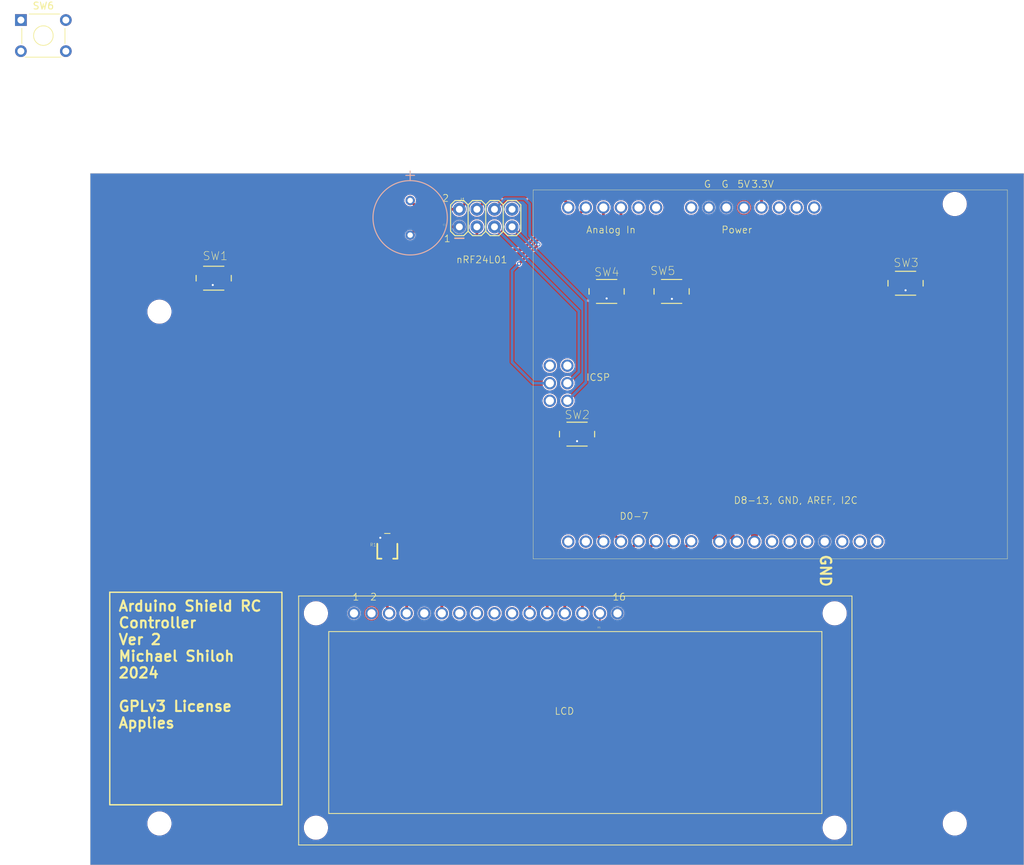
<source format=kicad_pcb>
(kicad_pcb (version 20221018) (generator pcbnew)
  (layers (0 "F.Cu" signal) (31 "B.Cu" signal) (34 "B.Paste" user) (35 "F.Paste" user) (36 "B.SilkS" user "B.Silkscreen") (37 "F.SilkS" user "F.Silkscreen") (38 "B.Mask" user) (39 "F.Mask" user) (44 "Edge.Cuts" user))
  (net 0 "")
  (net 1 "+5V")
  (net 2 "GND")
  (net 3 "/V0")
  (net 4 "+3.3V")
  (net 11 "Net-(AR1-A3)")
  (net 14 "/MOSI")
  (net 15 "Net-(AR1-SCK{slash}PB5)")
  (net 17 "/MISO")
  (net 23 "Net-(LCD1-A)")
  (net 25 "Net-(AR1-A5)")
  (net 26 "Net-(AR1-A4)")
  (net 34 "Net-(AR1-2)")
  (net 35 "Net-(AR1-3)")
  (net 36 "Net-(AR1-4)")
  (net 37 "Net-(AR1-5)")
  (net 38 "Net-(AR1-6)")
  (net 39 "Net-(AR1-7)")
  (net 40 "Net-(AR1-10)")
  (net 41 "Net-(AR1-9)")
  (net 42 "Net-(AR1-8)")
  (net 43 "Net-(AR1-A2)")
  (footprint "Button_Switch_THT:SW_TH_Tactile_Omron_B3F-10xx" (layer "F.Cu") (at 70.97 32.838)
    (fp_text reference "SW6" (at 3.25 -2.05) (layer "F.SilkS"))
    (fp_text value "SW_Omron_B3FS")
    (fp_line (start 0.13 3.4) (end 0.13 1.2) (stroke (width 0.12)) (layer "F.SilkS"))
    (fp_line (start 0.6 5.37) (end 5.8 5.37) (stroke (width 0.12)) (layer "F.SilkS"))
    (fp_line (start 1.2 -0.87) (end 5.6 -0.87) (stroke (width 0.12)) (layer "F.SilkS"))
    (fp_line (start 6.37 1.2) (end 6.37 3.4) (stroke (width 0.12)) (layer "F.SilkS"))
    (fp_circle (center 3.25 2.25) (end 4.25 3.25) (stroke (width 0.12)) (fill none) (layer "F.SilkS"))
    (pad "1" thru_hole rect (at 0 0) (size 1.7 1.7) (drill 1) (layers "*.Cu" "*.Mask"))
    (pad "1" thru_hole circle (at 6.5 0) (size 1.7 1.7) (drill 1) (layers "*.Cu" "*.Mask"))
    (pad "2" thru_hole circle (at 0 4.5) (size 1.7 1.7) (drill 1) (layers "*.Cu" "*.Mask") (net 26 "Net-(AR1-A4)"))
    (pad "2" thru_hole circle (at 6.5 4.5) (size 1.7 1.7) (drill 1) (layers "*.Cu" "*.Mask") (net 26 "Net-(AR1-A4)"))
  )
  (footprint "" (layer "F.Cu") (at 205.994 59.436)
    (fp_text reference "@HOLE2" hide)
    (fp_text value "" (at 0 0) (layer "F.SilkS") (effects (font (size 1.27 1.27))))
    (pad "" np_thru_hole circle (at 0 0) (size 3 3) (drill 3) (layers "*.Cu" "*.Mask"))
  )
  (footprint "Arduino_Shield_RC_Controller:0402" (layer "F.Cu") (at 154.686 121.574)
    (fp_text reference "R5" (at -0.381 -0.889) (layer "F.SilkS") (effects (font (size 0.235306 0.235306) (thickness 0.018694)) (justify left)))
    (fp_text value "470R0")
    (pad "P$1" smd rect (at 0 -0.6) (size 0.8 0.7) (layers "F.Cu" "F.Paste" "F.Mask") (net 23 "Net-(LCD1-A)"))
    (pad "P$2" smd rect (at 0 0.6) (size 0.8 0.7) (layers "F.Cu" "F.Paste" "F.Mask") (net 1 "+5V"))
  )
  (footprint "Arduino_Shield_RC_Controller:PTS810" (layer "F.Cu") (at 155.659 72.077)
    (fp_text reference "SW4" (at -1.8496 -2.794) (layer "F.SilkS") (effects (font (size 1.198372 1.198372) (thickness 0.071628)) (justify left)))
    (fp_text value "PTS810SJG250SMTRLFS" hide)
    (fp_line (start -2.54 -0.4064) (end -2.54 0.4064) (stroke (width 0.1524)) (layer "F.SilkS"))
    (fp_line (start -1.4732 1.7272) (end 1.4732 1.7272) (stroke (width 0.1524)) (layer "F.SilkS"))
    (fp_line (start 1.4732 -1.7272) (end -1.4732 -1.7272) (stroke (width 0.1524)) (layer "F.SilkS"))
    (fp_line (start 2.54 0.4064) (end 2.54 -0.4064) (stroke (width 0.1524)) (layer "F.SilkS"))
    (pad "1" smd rect (at -2.075 -1.075) (size 1.0414 0.6604) (layers "F.Cu" "F.Paste" "F.Mask") (net 11 "Net-(AR1-A3)"))
    (pad "2" smd rect (at 2.075 -1.075 180) (size 1.0414 0.6604) (layers "F.Cu" "F.Paste" "F.Mask") (net 11 "Net-(AR1-A3)"))
    (pad "3" smd rect (at -2.075 1.075) (size 1.0414 0.6604) (layers "F.Cu" "F.Paste" "F.Mask") (net 2 "GND"))
    (pad "4" smd rect (at 2.075 1.075 180) (size 1.0414 0.6604) (layers "F.Cu" "F.Paste" "F.Mask") (net 2 "GND"))
  )
  (footprint "" (layer "F.Cu") (at 91.0011 75.0036)
    (fp_text reference "@HOLE3" hide)
    (fp_text value "" (at 0 0) (layer "F.SilkS") (effects (font (size 1.27 1.27))))
    (pad "" np_thru_hole circle (at 0 0) (size 3 3) (drill 3) (layers "*.Cu" "*.Mask"))
  )
  (footprint "Arduino_Shield_RC_Controller:PTS810" (layer "F.Cu") (at 151.384 92.71)
    (fp_text reference "SW2" (at -1.8496 -2.794) (layer "F.SilkS") (effects (font (size 1.198372 1.198372) (thickness 0.071628)) (justify left)))
    (fp_text value "PTS810SJG250SMTRLFS" hide)
    (fp_line (start -2.54 -0.4064) (end -2.54 0.4064) (stroke (width 0.1524)) (layer "F.SilkS"))
    (fp_line (start -1.4732 1.7272) (end 1.4732 1.7272) (stroke (width 0.1524)) (layer "F.SilkS"))
    (fp_line (start 1.4732 -1.7272) (end -1.4732 -1.7272) (stroke (width 0.1524)) (layer "F.SilkS"))
    (fp_line (start 2.54 0.4064) (end 2.54 -0.4064) (stroke (width 0.1524)) (layer "F.SilkS"))
    (pad "1" smd rect (at -2.075 -1.075) (size 1.0414 0.6604) (layers "F.Cu" "F.Paste" "F.Mask") (net 41 "Net-(AR1-9)"))
    (pad "2" smd rect (at 2.075 -1.075 180) (size 1.0414 0.6604) (layers "F.Cu" "F.Paste" "F.Mask") (net 41 "Net-(AR1-9)"))
    (pad "3" smd rect (at -2.075 1.075) (size 1.0414 0.6604) (layers "F.Cu" "F.Paste" "F.Mask") (net 2 "GND"))
    (pad "4" smd rect (at 2.075 1.075 180) (size 1.0414 0.6604) (layers "F.Cu" "F.Paste" "F.Mask") (net 2 "GND"))
  )
  (footprint "" (layer "F.Cu") (at 91.0011 149.0036)
    (fp_text reference "@HOLE0" hide)
    (fp_text value "" (at 0 0) (layer "F.SilkS") (effects (font (size 1.27 1.27))))
    (pad "" np_thru_hole circle (at 0 0) (size 3 3) (drill 3) (layers "*.Cu" "*.Mask"))
  )
  (footprint "Arduino_Shield_RC_Controller:PTS810" (layer "F.Cu") (at 198.882 70.8934)
    (fp_text reference "SW3" (at -1.7971 -2.9616) (layer "F.SilkS") (effects (font (size 1.198372 1.198372) (thickness 0.071628)) (justify left)))
    (fp_text value "PTS810SJG250SMTRLFS" hide)
    (fp_line (start -2.54 -0.4064) (end -2.54 0.4064) (stroke (width 0.1524)) (layer "F.SilkS"))
    (fp_line (start -1.4732 1.7272) (end 1.4732 1.7272) (stroke (width 0.1524)) (layer "F.SilkS"))
    (fp_line (start 1.4732 -1.7272) (end -1.4732 -1.7272) (stroke (width 0.1524)) (layer "F.SilkS"))
    (fp_line (start 2.54 0.4064) (end 2.54 -0.4064) (stroke (width 0.1524)) (layer "F.SilkS"))
    (pad "1" smd rect (at -2.075 -1.075) (size 1.0414 0.6604) (layers "F.Cu" "F.Paste" "F.Mask") (net 40 "Net-(AR1-10)"))
    (pad "2" smd rect (at 2.075 -1.075 180) (size 1.0414 0.6604) (layers "F.Cu" "F.Paste" "F.Mask") (net 40 "Net-(AR1-10)"))
    (pad "3" smd rect (at -2.075 1.075) (size 1.0414 0.6604) (layers "F.Cu" "F.Paste" "F.Mask") (net 2 "GND"))
    (pad "4" smd rect (at 2.075 1.075 180) (size 1.0414 0.6604) (layers "F.Cu" "F.Paste" "F.Mask") (net 2 "GND"))
  )
  (footprint "Arduino_Shield_RC_Controller:PTS810" (layer "F.Cu") (at 165.057 72.077)
    (fp_text reference "SW5" (at -3.1496 -2.286) (layer "F.SilkS") (effects (font (size 1.1938 1.1938) (thickness 0.0762)) (justify left bottom)))
    (fp_text value "PTS810SJG250SMTRLFS" hide)
    (fp_line (start -2.54 -0.4064) (end -2.54 0.4064) (stroke (width 0.1524)) (layer "F.SilkS"))
    (fp_line (start -1.4732 1.7272) (end 1.4732 1.7272) (stroke (width 0.1524)) (layer "F.SilkS"))
    (fp_line (start 1.4732 -1.7272) (end -1.4732 -1.7272) (stroke (width 0.1524)) (layer "F.SilkS"))
    (fp_line (start 2.54 0.4064) (end 2.54 -0.4064) (stroke (width 0.1524)) (layer "F.SilkS"))
    (pad "1" smd rect (at -2.075 -1.075) (size 1.0414 0.6604) (layers "F.Cu" "F.Paste" "F.Mask") (net 43 "Net-(AR1-A2)"))
    (pad "2" smd rect (at 2.075 -1.075 180) (size 1.0414 0.6604) (layers "F.Cu" "F.Paste" "F.Mask") (net 43 "Net-(AR1-A2)"))
    (pad "3" smd rect (at -2.075 1.075) (size 1.0414 0.6604) (layers "F.Cu" "F.Paste" "F.Mask") (net 2 "GND"))
    (pad "4" smd rect (at 2.075 1.075 180) (size 1.0414 0.6604) (layers "F.Cu" "F.Paste" "F.Mask") (net 2 "GND"))
  )
  (footprint "Arduino_Shield_RC_Controller:2X4" (layer "F.Cu") (at 138.176 61.468)
    (fp_text reference "J1" (at -3.81 -2.667) (layer "F.SilkS") (effects (font (size 0.446837 0.446837) (thickness 0.061163)) (justify left)))
    (fp_text value "CONN_04X2")
    (fp_line (start -4.445 2.921) (end -3.175 2.921) (stroke (width 0.2032)) (layer "B.SilkS"))
    (fp_line (start -5.08 -1.905) (end -4.445 -2.54) (stroke (width 0.1524)) (layer "F.SilkS"))
    (fp_line (start -5.08 1.905) (end -5.08 -1.905) (stroke (width 0.1524)) (layer "F.SilkS"))
    (fp_line (start -5.08 1.905) (end -4.445 2.54) (stroke (width 0.1524)) (layer "F.SilkS"))
    (fp_line (start -4.445 -2.54) (end -3.175 -2.54) (stroke (width 0.1524)) (layer "F.SilkS"))
    (fp_line (start -4.445 2.54) (end -3.175 2.54) (stroke (width 0.1524)) (layer "F.SilkS"))
    (fp_line (start -4.445 2.921) (end -3.175 2.921) (stroke (width 0.2032)) (layer "F.SilkS"))
    (fp_line (start -3.175 -2.54) (end -2.54 -1.905) (stroke (width 0.1524)) (layer "F.SilkS"))
    (fp_line (start -3.175 2.54) (end -2.54 1.905) (stroke (width 0.1524)) (layer "F.SilkS"))
    (fp_line (start -2.54 -1.905) (end -2.54 1.905) (stroke (width 0.1524)) (layer "F.SilkS"))
    (fp_line (start -2.54 -1.905) (end -1.905 -2.54) (stroke (width 0.1524)) (layer "F.SilkS"))
    (fp_line (start -2.54 1.905) (end -1.905 2.54) (stroke (width 0.1524)) (layer "F.SilkS"))
    (fp_line (start -1.905 -2.54) (end -0.635 -2.54) (stroke (width 0.1524)) (layer "F.SilkS"))
    (fp_line (start -1.905 2.54) (end -0.635 2.54) (stroke (width 0.1524)) (layer "F.SilkS"))
    (fp_line (start -0.635 -2.54) (end 0 -1.905) (stroke (width 0.1524)) (layer "F.SilkS"))
    (fp_line (start -0.635 2.54) (end 0 1.905) (stroke (width 0.1524)) (layer "F.SilkS"))
    (fp_line (start 0 -1.905) (end 0 1.905) (stroke (width 0.1524)) (layer "F.SilkS"))
    (fp_line (start 0 -1.905) (end 0.635 -2.54) (stroke (width 0.1524)) (layer "F.SilkS"))
    (fp_line (start 0 1.905) (end 0.635 2.54) (stroke (width 0.1524)) (layer "F.SilkS"))
    (fp_line (start 0.635 -2.54) (end 1.905 -2.54) (stroke (width 0.1524)) (layer "F.SilkS"))
    (fp_line (start 0.635 2.54) (end 1.905 2.54) (stroke (width 0.1524)) (layer "F.SilkS"))
    (fp_line (start 1.905 -2.54) (end 2.54 -1.905) (stroke (width 0.1524)) (layer "F.SilkS"))
    (fp_line (start 1.905 2.54) (end 2.54 1.905) (stroke (width 0.1524)) (layer "F.SilkS"))
    (fp_line (start 2.54 -1.905) (end 2.54 1.905) (stroke (width 0.1524)) (layer "F.SilkS"))
    (fp_line (start 2.54 -1.905) (end 3.175 -2.54) (stroke (width 0.1524)) (layer "F.SilkS"))
    (fp_line (start 2.54 1.905) (end 3.175 2.54) (stroke (width 0.1524)) (layer "F.SilkS"))
    (fp_line (start 3.175 -2.54) (end 4.445 -2.54) (stroke (width 0.1524)) (layer "F.SilkS"))
    (fp_line (start 3.175 2.54) (end 4.445 2.54) (stroke (width 0.1524)) (layer "F.SilkS"))
    (fp_line (start 4.445 -2.54) (end 5.08 -1.905) (stroke (width 0.1524)) (layer "F.SilkS"))
    (fp_line (start 4.445 2.54) (end 5.08 1.905) (stroke (width 0.1524)) (layer "F.SilkS"))
    (fp_line (start 5.08 -1.905) (end 5.08 1.905) (stroke (width 0.1524)) (layer "F.SilkS"))
    (pad "1" thru_hole circle (at -3.81 1.27) (size 1.8796 1.8796) (drill 1) (layers "*.Cu" "*.Mask") (net 2 "GND"))
    (pad "2" thru_hole circle (at -3.81 -1.27) (size 1.8796 1.8796) (drill 1) (layers "*.Cu" "*.Mask") (net 4 "+3.3V"))
    (pad "3" thru_hole circle (at -1.27 1.27) (size 1.8796 1.8796) (drill 1) (layers "*.Cu" "*.Mask") (net 26 "Net-(AR1-A4)"))
    (pad "4" thru_hole circle (at -1.27 -1.27) (size 1.8796 1.8796) (drill 1) (layers "*.Cu" "*.Mask") (net 25 "Net-(AR1-A5)"))
    (pad "5" thru_hole circle (at 1.27 1.27) (size 1.8796 1.8796) (drill 1) (layers "*.Cu" "*.Mask") (net 15 "Net-(AR1-SCK{slash}PB5)"))
    (pad "6" thru_hole circle (at 1.27 -1.27) (size 1.8796 1.8796) (drill 1) (layers "*.Cu" "*.Mask") (net 14 "/MOSI"))
    (pad "7" thru_hole circle (at 3.81 1.27) (size 1.8796 1.8796) (drill 1) (layers "*.Cu" "*.Mask") (net 17 "/MISO"))
    (pad "8" thru_hole circle (at 3.81 -1.27) (size 1.8796 1.8796) (drill 1) (layers "*.Cu" "*.Mask"))
  )
  (footprint "" (layer "F.Cu") (at 206.0011 149.0036)
    (fp_text reference "@HOLE1" hide)
    (fp_text value "" (at 0 0) (layer "F.SilkS") (effects (font (size 1.27 1.27))))
    (pad "" np_thru_hole circle (at 0 0) (size 3 3) (drill 3) (layers "*.Cu" "*.Mask"))
  )
  (footprint "Arduino_Shield_RC_Controller:ARDUINO_R3" (layer "F.Cu") (at 213.614 57.404 180)
    (fp_text reference "AR1" hide)
    (fp_text value "ARDUINO_R3" hide)
    (fp_line (start 0 -53.34) (end 68.58 -53.34) (stroke (width 0.05)) (layer "F.SilkS"))
    (fp_line (start 0 0) (end 0 -53.34) (stroke (width 0.05)) (layer "F.SilkS"))
    (fp_line (start 68.58 -53.34) (end 68.58 0) (stroke (width 0.05)) (layer "F.SilkS"))
    (fp_line (start 68.58 0) (end 0 0) (stroke (width 0.05)) (layer "F.SilkS"))
    (pad "P1" thru_hole circle (at 18.8 -50.84 180) (size 1.8 1.8) (drill 1.2) (layers "*.Cu" "*.Mask"))
    (pad "P2" thru_hole circle (at 21.34 -50.84 180) (size 1.8 1.8) (drill 1.2) (layers "*.Cu" "*.Mask"))
    (pad "P3" thru_hole circle (at 23.88 -50.84 180) (size 1.8 1.8) (drill 1.2) (layers "*.Cu" "*.Mask"))
    (pad "P4" thru_hole circle (at 26.42 -50.84 180) (size 1.8 1.8) (drill 1.2) (layers "*.Cu" "*.Mask") (net 2 "GND"))
    (pad "P5" thru_hole circle (at 28.96 -50.84 180) (size 1.8 1.8) (drill 1.2) (layers "*.Cu" "*.Mask"))
    (pad "P6" thru_hole circle (at 31.5 -50.84 180) (size 1.8 1.8) (drill 1.2) (layers "*.Cu" "*.Mask"))
    (pad "P7" thru_hole circle (at 34.04 -50.84 180) (size 1.8 1.8) (drill 1.2) (layers "*.Cu" "*.Mask"))
    (pad "P8" thru_hole circle (at 36.58 -50.84 180) (size 1.8 1.8) (drill 1.2) (layers "*.Cu" "*.Mask") (net 40 "Net-(AR1-10)"))
    (pad "P9" thru_hole circle (at 39.12 -50.84 180) (size 1.8 1.8) (drill 1.2) (layers "*.Cu" "*.Mask") (net 41 "Net-(AR1-9)"))
    (pad "P10" thru_hole circle (at 41.66 -50.84 180) (size 1.8 1.8) (drill 1.2) (layers "*.Cu" "*.Mask") (net 42 "Net-(AR1-8)"))
    (pad "P11" thru_hole circle (at 45.72 -50.8 180) (size 1.8 1.8) (drill 1.2) (layers "*.Cu" "*.Mask") (net 39 "Net-(AR1-7)"))
    (pad "P12" thru_hole circle (at 48.26 -50.8 180) (size 1.8 1.8) (drill 1.2) (layers "*.Cu" "*.Mask") (net 38 "Net-(AR1-6)"))
    (pad "P13" thru_hole circle (at 50.8 -50.8 180) (size 1.8 1.8) (drill 1.2) (layers "*.Cu" "*.Mask") (net 37 "Net-(AR1-5)"))
    (pad "P14" thru_hole circle (at 53.34 -50.8 180) (size 1.8 1.8) (drill 1.2) (layers "*.Cu" "*.Mask") (net 36 "Net-(AR1-4)"))
    (pad "P15" thru_hole circle (at 55.88 -50.84 180) (size 1.8 1.8) (drill 1.2) (layers "*.Cu" "*.Mask") (net 35 "Net-(AR1-3)"))
    (pad "P16" thru_hole circle (at 58.42 -50.84 180) (size 1.8 1.8) (drill 1.2) (layers "*.Cu" "*.Mask") (net 34 "Net-(AR1-2)"))
    (pad "P17" thru_hole circle (at 60.96 -50.84 180) (size 1.8 1.8) (drill 1.2) (layers "*.Cu" "*.Mask"))
    (pad "P18" thru_hole circle (at 63.5 -50.84 180) (size 1.8 1.8) (drill 1.2) (layers "*.Cu" "*.Mask"))
    (pad "P19" thru_hole circle (at 63.627 -30.48 180) (size 1.8 1.8) (drill 1.2) (layers "*.Cu" "*.Mask") (net 17 "/MISO"))
    (pad "P20" thru_hole circle (at 66.167 -30.48 180) (size 1.8 1.8) (drill 1.2) (layers "*.Cu" "*.Mask"))
    (pad "P21" thru_hole circle (at 63.627 -27.94 180) (size 1.8 1.8) (drill 1.2) (layers "*.Cu" "*.Mask") (net 15 "Net-(AR1-SCK{slash}PB5)"))
    (pad "P22" thru_hole circle (at 66.167 -27.94 180) (size 1.8 1.8) (drill 1.2) (layers "*.Cu" "*.Mask") (net 14 "/MOSI"))
    (pad "P23" thru_hole circle (at 63.627 -25.4 180) (size 1.8 1.8) (drill 1.2) (layers "*.Cu" "*.Mask"))
    (pad "P24" thru_hole circle (at 66.167 -25.4 180) (size 1.8 1.8) (drill 1.2) (layers "*.Cu" "*.Mask"))
    (pad "P25" thru_hole circle (at 63.5 -2.54 180) (size 1.8 1.8) (drill 1.2) (layers "*.Cu" "*.Mask") (net 25 "Net-(AR1-A5)"))
    (pad "P26" thru_hole circle (at 60.96 -2.54 180) (size 1.8 1.8) (drill 1.2) (layers "*.Cu" "*.Mask") (net 26 "Net-(AR1-A4)"))
    (pad "P27" thru_hole circle (at 58.42 -2.54 180) (size 1.8 1.8) (drill 1.2) (layers "*.Cu" "*.Mask") (net 11 "Net-(AR1-A3)"))
    (pad "P28" thru_hole circle (at 55.88 -2.54 180) (size 1.8 1.8) (drill 1.2) (layers "*.Cu" "*.Mask") (net 43 "Net-(AR1-A2)"))
    (pad "P29" thru_hole circle (at 53.34 -2.54 180) (size 1.8 1.8) (drill 1.2) (layers "*.Cu" "*.Mask"))
    (pad "P30" thru_hole circle (at 50.8 -2.54 180) (size 1.8 1.8) (drill 1.2) (layers "*.Cu" "*.Mask"))
    (pad "P31" thru_hole circle (at 45.72 -2.54 180) (size 1.8 1.8) (drill 1.2) (layers "*.Cu" "*.Mask"))
    (pad "P32" thru_hole circle (at 43.18 -2.54 180) (size 1.8 1.8) (drill 1.2) (layers "*.Cu" "*.Mask") (net 2 "GND"))
    (pad "P33" thru_hole circle (at 40.64 -2.54 180) (size 1.8 1.8) (drill 1.2) (layers "*.Cu" "*.Mask") (net 2 "GND"))
    (pad "P34" thru_hole circle (at 38.1 -2.54 180) (size 1.8 1.8) (drill 1.2) (layers "*.Cu" "*.Mask") (net 1 "+5V"))
    (pad "P35" thru_hole circle (at 35.56 -2.54 180) (size 1.8 1.8) (drill 1.2) (layers "*.Cu" "*.Mask") (net 4 "+3.3V"))
    (pad "P36" thru_hole circle (at 33.02 -2.54 180) (size 1.8 1.8) (drill 1.2) (layers "*.Cu" "*.Mask"))
    (pad "P37" thru_hole circle (at 30.48 -2.54 180) (size 1.8 1.8) (drill 1.2) (layers "*.Cu" "*.Mask"))
    (pad "P38" thru_hole circle (at 27.94 -2.54 180) (size 1.8 1.8) (drill 1.2) (layers "*.Cu" "*.Mask"))
  )
  (footprint "Arduino_Shield_RC_Controller:PTS810" (layer "F.Cu") (at 98.849 70.163)
    (fp_text reference "SW1" (at -1.6496 -3.2156) (layer "F.SilkS") (effects (font (size 1.198372 1.198372) (thickness 0.071628)) (justify left)))
    (fp_text value "PTS810SJG250SMTRLFS" hide)
    (fp_line (start -2.54 -0.4064) (end -2.54 0.4064) (stroke (width 0.1524)) (layer "F.SilkS"))
    (fp_line (start -1.4732 1.7272) (end 1.4732 1.7272) (stroke (width 0.1524)) (layer "F.SilkS"))
    (fp_line (start 1.4732 -1.7272) (end -1.4732 -1.7272) (stroke (width 0.1524)) (layer "F.SilkS"))
    (fp_line (start 2.54 0.4064) (end 2.54 -0.4064) (stroke (width 0.1524)) (layer "F.SilkS"))
    (pad "1" smd rect (at -2.075 -1.075) (size 1.0414 0.6604) (layers "F.Cu" "F.Paste" "F.Mask") (net 42 "Net-(AR1-8)"))
    (pad "2" smd rect (at 2.075 -1.075 180) (size 1.0414 0.6604) (layers "F.Cu" "F.Paste" "F.Mask") (net 42 "Net-(AR1-8)"))
    (pad "3" smd rect (at -2.075 1.075) (size 1.0414 0.6604) (layers "F.Cu" "F.Paste" "F.Mask") (net 2 "GND"))
    (pad "4" smd rect (at 2.075 1.075 180) (size 1.0414 0.6604) (layers "F.Cu" "F.Paste" "F.Mask") (net 2 "GND"))
  )
  (footprint "Arduino_Shield_RC_Controller:0402" (layer "F.Cu") (at 132.08 61.56 180)
    (fp_text reference "C1" (at -0.381 -0.889) (layer "F.SilkS") (effects (font (size 0.235306 0.235306) (thickness 0.018694)) (justify right)))
    (fp_text value "0.1uF")
    (pad "P$1" smd rect (at 0 -0.6 180) (size 0.8 0.7) (layers "F.Cu" "F.Paste" "F.Mask") (net 2 "GND"))
    (pad "P$2" smd rect (at 0 0.6 180) (size 0.8 0.7) (layers "F.Cu" "F.Paste" "F.Mask") (net 4 "+3.3V"))
  )
  (footprint "Arduino_Shield_RC_Controller:ADM1602K" (layer "F.Cu") (at 151.13 134.112)
    (fp_text reference "LCD1" hide)
    (fp_text value "ADM1602K" hide)
    (fp_line (start -40 -18) (end 40 -18) (stroke (width 0.127)) (layer "F.SilkS"))
    (fp_line (start -40 18) (end -40 -18) (stroke (width 0.127)) (layer "F.SilkS"))
    (fp_line (start -35.65 -12.85) (end 35.65 -12.85) (stroke (width 0.127)) (layer "F.SilkS"))
    (fp_line (start -35.65 13.45) (end -35.65 -12.85) (stroke (width 0.127)) (layer "F.SilkS"))
    (fp_line (start 35.65 -12.85) (end 35.65 13.45) (stroke (width 0.127)) (layer "F.SilkS"))
    (fp_line (start 35.65 13.45) (end -35.65 13.45) (stroke (width 0.127)) (layer "F.SilkS"))
    (fp_line (start 40 -18) (end 40 18) (stroke (width 0.127)) (layer "F.SilkS"))
    (fp_line (start 40 18) (end -40 18) (stroke (width 0.127)) (layer "F.SilkS"))
    (pad "" np_thru_hole circle (at -37.5 -15.5) (size 3 3) (drill 3) (layers "*.Cu" "*.Mask"))
    (pad "" np_thru_hole circle (at -37.5 15.5) (size 3 3) (drill 3) (layers "*.Cu" "*.Mask"))
    (pad "" np_thru_hole circle (at 37.5 -15.5) (size 3 3) (drill 3) (layers "*.Cu" "*.Mask"))
    (pad "" np_thru_hole circle (at 37.5 15.5) (size 3 3) (drill 3) (layers "*.Cu" "*.Mask"))
    (pad "P1" thru_hole circle (at -32 -15.5) (size 1.8 1.8) (drill 1.2) (layers "*.Cu" "*.Mask") (net 2 "GND"))
    (pad "P2" thru_hole circle (at -29.46 -15.5) (size 1.8 1.8) (drill 1.2) (layers "*.Cu" "*.Mask") (net 1 "+5V"))
    (pad "P3" thru_hole circle (at -26.92 -15.5) (size 1.8 1.8) (drill 1.2) (layers "*.Cu" "*.Mask") (net 3 "/V0"))
    (pad "P4" thru_hole circle (at -24.38 -15.5) (size 1.8 1.8) (drill 1.2) (layers "*.Cu" "*.Mask") (net 35 "Net-(AR1-3)"))
    (pad "P5" thru_hole circle (at -21.84 -15.5) (size 1.8 1.8) (drill 1.2) (layers "*.Cu" "*.Mask") (net 2 "GND"))
    (pad "P6" thru_hole circle (at -19.3 -15.5) (size 1.8 1.8) (drill 1.2) (layers "*.Cu" "*.Mask") (net 34 "Net-(AR1-2)"))
    (pad "P7" thru_hole circle (at -16.76 -15.5) (size 1.8 1.8) (drill 1.2) (layers "*.Cu" "*.Mask"))
    (pad "P8" thru_hole circle (at -14.22 -15.5) (size 1.8 1.8) (drill 1.2) (layers "*.Cu" "*.Mask"))
    (pad "P9" thru_hole circle (at -11.68 -15.5) (size 1.8 1.8) (drill 1.2) (layers "*.Cu" "*.Mask"))
    (pad "P10" thru_hole circle (at -9.14 -15.5) (size 1.8 1.8) (drill 1.2) (layers "*.Cu" "*.Mask"))
    (pad "P11" thru_hole circle (at -6.6 -15.5) (size 1.8 1.8) (drill 1.2) (layers "*.Cu" "*.Mask") (net 36 "Net-(AR1-4)"))
    (pad "P12" thru_hole circle (at -4.06 -15.5) (size 1.8 1.8) (drill 1.2) (layers "*.Cu" "*.Mask") (net 37 "Net-(AR1-5)"))
    (pad "P13" thru_hole circle (at -1.52 -15.5) (size 1.8 1.8) (drill 1.2) (layers "*.Cu" "*.Mask") (net 38 "Net-(AR1-6)"))
    (pad "P14" thru_hole circle (at 1.02 -15.5) (size 1.8 1.8) (drill 1.2) (layers "*.Cu" "*.Mask") (net 39 "Net-(AR1-7)"))
    (pad "P15" thru_hole circle (at 3.56 -15.5) (size 1.8 1.8) (drill 1.2) (layers "*.Cu" "*.Mask") (net 23 "Net-(LCD1-A)"))
    (pad "P16" thru_hole circle (at 6.1 -15.5) (size 1.8 1.8) (drill 1.2) (layers "*.Cu" "*.Mask") (net 2 "GND"))
  )
  (footprint "Arduino_Shield_RC_Controller:RTRIM3103" (layer "F.Cu") (at 123.952 108.966 180)
    (fp_text reference "R1" (at 2.54 0.254) (layer "F.SilkS") (effects (font (size 0.470611 0.470611) (thickness 0.037389)) (justify left)))
    (fp_text value "R-TRIMM3103")
    (fp_line (start -1.45 -1.75) (end -0.85 -1.75) (stroke (width 0.254)) (layer "F.SilkS"))
    (fp_line (start -1.45 0.4) (end -1.45 -1.75) (stroke (width 0.254)) (layer "F.SilkS"))
    (fp_line (start -0.4 1.9) (end 0.4 1.9) (stroke (width 0.127)) (layer "F.SilkS"))
    (fp_line (start 1.45 -1.75) (end 0.85 -1.75) (stroke (width 0.254)) (layer "F.SilkS"))
    (fp_line (start 1.45 0.4) (end 1.45 -1.75) (stroke (width 0.254)) (layer "F.SilkS"))
    (pad "1" smd rect (at -1 1.225 180) (size 1.2 1.25) (layers "F.Cu" "F.Paste" "F.Mask") (net 1 "+5V"))
    (pad "2" smd rect (at 0 -1.4 180) (size 1.6 1.5) (layers "F.Cu" "F.Paste" "F.Mask") (net 3 "/V0"))
    (pad "3" smd rect (at 1 1.225 180) (size 1.2 1.25) (layers "F.Cu" "F.Paste" "F.Mask") (net 2 "GND"))
  )
  (footprint "Arduino_Shield_RC_Controller:CAP_YX_10X16_RUB" (layer "B.Cu") (at 127.254 58.928 -90)
    (fp_text reference "C2")
    (fp_text value "CAP_470UF_RAD_TH" hide)
    (fp_line (start -4.2672 0) (end -2.9972 0) (stroke (width 0.1524)) (layer "B.SilkS"))
    (fp_line (start -3.6322 0.635) (end -3.6322 -0.635) (stroke (width 0.1524)) (layer "B.SilkS"))
    (fp_arc (start -2.8702 0) (mid 2.5019 -5.3721) (end 7.874 0) (stroke (width 0.1524)) (layer "B.SilkS"))
    (fp_arc (start 7.874 0) (mid 2.5019 5.3721) (end -2.8702 0) (stroke (width 0.1524)) (layer "B.SilkS"))
    (pad "1" thru_hole circle (at 0 0 270) (size 1.3716 1.3716) (drill 0.795) (layers "*.Cu" "*.Mask") (net 4 "+3.3V"))
    (pad "2" thru_hole circle (at 5.0038 0 90) (size 1.3716 1.3716) (drill 0.795) (layers "*.Cu" "*.Mask") (net 2 "GND"))
  )
  (gr_line (start 216.0011 155.0036) (end 216.0011 55.0036) (stroke (width 0.05)) (layer "Edge.Cuts"))
  (gr_line (start 81.0011 155.0036) (end 216.0011 155.0036) (stroke (width 0.05)) (layer "Edge.Cuts"))
  (gr_line (start 81.0011 55.0036) (end 81.0011 155.0036) (stroke (width 0.05)) (layer "Edge.Cuts"))
  (gr_line (start 216.0011 55.0036) (end 81.0011 55.0036) (stroke (width 0.05)) (layer "Edge.Cuts"))
  (gr_text "GND" (at 186.436 109.982 -90) (layer "F.SilkS") (effects (font (size 1.5 1.5) (thickness 0.3) bold) (justify left bottom)))
  (gr_text "1" (at 132.08 65.024) (layer "F.SilkS") (effects (font (size 1 1) (thickness 0.1)) (justify left bottom)))
  (gr_text "G\n" (at 169.672 57.15) (layer "F.SilkS") (effects (font (size 1 1) (thickness 0.1)) (justify left bottom)))
  (gr_text "5V" (at 174.498 57.15) (layer "F.SilkS") (effects (font (size 1 1) (thickness 0.1)) (justify left bottom)))
  (gr_text "Analog In" (at 152.654 63.754) (layer "F.SilkS") (effects (font (size 1 1) (thickness 0.1)) (justify left bottom)))
  (gr_text "3.3V" (at 176.53 57.15) (layer "F.SilkS") (effects (font (size 1 1) (thickness 0.1)) (justify left bottom)))
  (gr_text "D0-7" (at 157.48 105.156) (layer "F.SilkS") (effects (font (size 1 1) (thickness 0.1)) (justify left bottom)))
  (gr_text "D8-13, GND, AREF, I2C" (at 173.99 102.87) (layer "F.SilkS") (effects (font (size 1 1) (thickness 0.1)) (justify left bottom)))
  (gr_text "nRF24L01" (at 133.858 68.072) (layer "F.SilkS") (effects (font (size 1 1) (thickness 0.1)) (justify left bottom)))
  (gr_text "G" (at 172.212 57.15) (layer "F.SilkS") (effects (font (size 1 1) (thickness 0.1)) (justify left bottom)))
  (gr_text "16\n" (at 156.464 116.84) (layer "F.SilkS") (effects (font (size 1 1) (thickness 0.1)) (justify left bottom)))
  (gr_text "2" (at 121.412 116.84) (layer "F.SilkS") (effects (font (size 1 1) (thickness 0.1)) (justify left bottom)))
  (gr_text "Power" (at 172.212 63.754) (layer "F.SilkS") (effects (font (size 1 1) (thickness 0.1)) (justify left bottom)))
  (gr_text "2" (at 131.826 59.182) (layer "F.SilkS") (effects (font (size 1 1) (thickness 0.1)) (justify left bottom)))
  (gr_text "ICSP" (at 152.654 85.09) (layer "F.SilkS") (effects (font (size 1 1) (thickness 0.1)) (justify left bottom)))
  (gr_text "1" (at 118.872 116.84) (layer "F.SilkS") (effects (font (size 1 1) (thickness 0.1)) (justify left bottom)))
  (gr_text "LCD" (at 148.082 133.35) (layer "F.SilkS") (effects (font (size 1 1) (thickness 0.1)) (justify left bottom)))
  (gr_text_box "Arduino Shield RC Controller\nVer 2\nMichael Shiloh 2024\n\nGPLv3 License Applies" (start 83.82 115.57) (end 108.712 146.304) (layer "F.SilkS") (effects (font (size 1.5 1.5) (thickness 0.3) bold) (justify left top)) (stroke (width 0.2)))
  (segment (start 155.659 73.093) (end 155.718 73.152) (width 0.2) (layer "F.Cu") (net 2))
  (segment (start 196.8261 71.882) (end 198.8546 71.882) (width 1) (layer "F.Cu") (net 2))
  (segment (start 98.7139 71.1474) (end 98.7413 71.12) (width 0.254) (layer "F.Cu") (net 2))
  (segment (start 132.08 62.16) (end 132.08 62.738) (width 0.4) (layer "F.Cu") (net 2))
  (segment (start 162.982 73.152) (end 165.1 73.152) (width 0.4) (layer "F.Cu") (net 2))
  (segment (start 198.9094 71.882) (end 200.9761 71.882) (width 1) (layer "F.Cu") (net 2))
  (segment (start 198.882 71.9094) (end 198.9094 71.882) (width 0.254) (layer "F.Cu") (net 2))
  (segment (start 151.443 93.785) (end 153.459 93.785) (width 0.8) (layer "F.Cu") (net 2))
  (segment (start 155.718 73.152) (end 157.734 73.152) (width 0.4) (layer "F.Cu") (net 2))
  (segment (start 155.6 73.152) (end 155.659 73.093) (width 0.2) (layer "F.Cu") (net 2))
  (segment (start 153.584 73.152) (end 155.6 73.152) (width 0.4) (layer "F.Cu") (net 2))
  (segment (start 134.366 62.738) (end 132.08 62.738) (width 0.4) (layer "F.Cu") (net 2))
  (segment (start 165.1 73.152) (end 167.132 73.152) (width 0.4) (layer "F.Cu") (net 2))
  (segment (start 198.8546 71.882) (end 198.882 71.9094) (width 0.254) (layer "F.Cu") (net 2))
  (segment (start 151.325 93.785) (end 151.384 93.726) (width 0.2) (layer "F.Cu") (net 2))
  (segment (start 127.254 63.9318) (end 128.4478 62.738) (width 0.4) (layer "F.Cu") (net 2))
  (segment (start 151.384 93.726) (end 151.443 93.785) (width 0.2) (layer "F.Cu") (net 2))
  (segment (start 98.7413 71.12) (end 100.838 71.12) (width 0.8) (layer "F.Cu") (net 2))
  (segment (start 149.309 93.785) (end 151.325 93.785) (width 0.8) (layer "F.Cu") (net 2))
  (segment (start 98.6865 71.12) (end 98.7139 71.1474) (width 0.254) (layer "F.Cu") (net 2))
  (segment (start 96.688 71.12) (end 98.6865 71.12) (width 0.8) (layer "F.Cu") (net 2))
  (segment (start 128.4478 62.738) (end 132.08 62.738) (width 0.4) (layer "F.Cu") (net 2))
  (via (at 165.1 73.152) (size 0.6) (drill 0.3) (layers "F.Cu" "B.Cu") (net 2))
  (via (at 98.7139 71.1474) (size 0.6) (drill 0.3) (layers "F.Cu" "B.Cu") (net 2))
  (via (at 151.384 93.726) (size 0.6) (drill 0.3) (layers "F.Cu" "B.Cu") (net 2))
  (via (at 122.936 107.696) (size 0.6) (drill 0.3) (layers "F.Cu" "B.Cu") (net 2))
  (via (at 198.882 71.9094) (size 0.6) (drill 0.3) (layers "F.Cu" "B.Cu") (net 2))
  (via (at 155.659 73.093) (size 0.6) (drill 0.3) (layers "F.Cu" "B.Cu") (net 2))
  (segment (start 123.952 118.354) (end 124.21 118.612) (width 0.2) (layer "F.Cu") (net 3))
  (segment (start 123.952 110.366) (end 123.952 118.354) (width 0.4) (layer "F.Cu") (net 3))
  (segment (start 177.4096 57.5216) (end 137.0424 57.5216) (width 0.4) (layer "F.Cu") (net 4))
  (segment (start 178.054 59.944) (end 178.054 58.166) (width 0.4) (layer "F.Cu") (net 4))
  (segment (start 134.366 60.198) (end 132.08 60.198) (width 0.4) (layer "F.Cu") (net 4))
  (segment (start 178.054 58.166) (end 177.4096 57.5216) (width 0.4) (layer "F.Cu") (net 4))
  (segment (start 132.08 60.198) (end 128.778 60.198) (width 0.4) (layer "F.Cu") (net 4))
  (segment (start 127.254 58.928) (end 128.524 60.198) (width 0.4) (layer "F.Cu") (net 4))
  (segment (start 132.08 60.198) (end 132.08 60.96) (width 0.4) (layer "F.Cu") (net 4))
  (segment (start 137.0424 57.5216) (end 134.366 60.198) (width 0.4) (layer "F.Cu") (net 4))
  (segment (start 128.524 60.198) (end 128.778 60.198) (width 0.2) (layer "F.Cu") (net 4))
  (segment (start 155.194 59.944) (end 155.194 70.748) (width 0.4) (layer "F.Cu") (net 11))
  (segment (start 155.448 71.002) (end 157.734 71.002) (width 0.4) (layer "F.Cu") (net 11))
  (segment (start 153.584 71.002) (end 155.448 71.002) (width 0.4) (layer "F.Cu") (net 11))
  (segment (start 155.194 70.748) (end 155.448 71.002) (width 0.4) (layer "F.Cu") (net 11))
  (segment (start 143.002 68.072) (end 145.796 65.278) (width 0.4) (layer "F.Cu") (net 14))
  (via (at 143.002 68.072) (size 0.6) (drill 0.3) (layers "F.Cu" "B.Cu") (net 14))
  (via (at 145.796 65.278) (size 0.6) (drill 0.3) (layers "F.Cu" "B.Cu") (net 14))
  (segment (start 144.526 59.436) (end 143.764 58.674) (width 0.4) (layer "B.Cu") (net 14))
  (segment (start 141.986 82.296) (end 145.034 85.344) (width 0.4) (layer "B.Cu") (net 14))
  (segment (start 141.986 69.088) (end 141.986 82.296) (width 0.4) (layer "B.Cu") (net 14))
  (segment (start 143.002 68.072) (end 141.986 69.088) (width 0.4) (layer "B.Cu") (net 14))
  (segment (start 145.034 85.344) (end 147.447 85.344) (width 0.4) (layer "B.Cu") (net 14))
  (segment (start 145.796 65.278) (end 144.526 64.008) (width 0.4) (layer "B.Cu") (net 14))
  (segment (start 144.526 64.008) (end 144.526 59.436) (width 0.4) (layer "B.Cu") (net 14))
  (segment (start 140.97 58.674) (end 139.446 60.198) (width 0.4) (layer "B.Cu") (net 14))
  (segment (start 143.764 58.674) (end 140.97 58.674) (width 0.4) (layer "B.Cu") (net 14))
  (segment (start 151.638 83.693) (end 151.638 74.93) (width 0.4) (layer "B.Cu") (net 15))
  (segment (start 151.638 74.93) (end 139.446 62.738) (width 0.4) (layer "B.Cu") (net 15))
  (segment (start 149.987 85.344) (end 151.638 83.693) (width 0.4) (layer "B.Cu") (net 15))
  (segment (start 152.654 85.217) (end 152.654 73.406) (width 0.4) (layer "B.Cu") (net 17))
  (segment (start 152.654 73.406) (end 141.986 62.738) (width 0.4) (layer "B.Cu") (net 17))
  (segment (start 149.987 87.884) (end 152.654 85.217) (width 0.4) (layer "B.Cu") (net 17))
  (segment (start 154.69 118.612) (end 154.69 120.97) (width 0.2) (layer "F.Cu") (net 23))
  (segment (start 154.69 120.97) (end 154.686 120.974) (width 0.2) (layer "F.Cu") (net 23))
  (segment (start 138.684 58.42) (end 136.906 60.198) (width 0.4) (layer "F.Cu") (net 25))
  (segment (start 150.114 59.436) (end 149.098 58.42) (width 0.4) (layer "F.Cu") (net 25))
  (segment (start 149.098 58.42) (end 138.684 58.42) (width 0.4) (layer "F.Cu") (net 25))
  (segment (start 150.114 59.944) (end 150.114 59.436) (width 0.2) (layer "F.Cu") (net 25))
  (segment (start 150.622 61.976) (end 147.574 61.976) (width 0.4) (layer "F.Cu") (net 26))
  (segment (start 136.906 64.516) (end 136.906 62.738) (width 0.4) (layer "F.Cu") (net 26))
  (segment (start 147.574 61.976) (end 143.51 66.04) (width 0.4) (layer "F.Cu") (net 26))
  (segment (start 152.654 59.944) (end 150.876 61.722) (width 0.4) (layer "F.Cu") (net 26))
  (segment (start 150.876 61.722) (end 150.622 61.976) (width 0.2) (layer "F.Cu") (net 26))
  (segment (start 143.51 66.04) (end 138.43 66.04) (width 0.4) (layer "F.Cu") (net 26))
  (segment (start 138.43 66.04) (end 136.906 64.516) (width 0.4) (layer "F.Cu") (net 26))
  (segment (start 131.83 118.612) (end 131.83 114.804) (width 0.4) (layer "F.Cu") (net 34))
  (segment (start 155.194 108.244) (end 152.868 105.918) (width 0.4) (layer "F.Cu") (net 34))
  (segment (start 131.83 114.804) (end 132.08 114.554) (width 0.2) (layer "F.Cu") (net 34))
  (segment (start 140.716 105.918) (end 132.08 114.554) (width 0.4) (layer "F.Cu") (net 34))
  (segment (start 152.868 105.918) (end 140.716 105.918) (width 0.4) (layer "F.Cu") (net 34))
  (segment (start 137.414 104.14) (end 127.254 114.3) (width 0.4) (layer "F.Cu") (net 35))
  (segment (start 157.734 108.244) (end 153.63 104.14) (width 0.4) (layer "F.Cu") (net 35))
  (segment (start 126.75 118.612) (end 126.75 114.804) (width 0.4) (layer "F.Cu") (net 35))
  (segment (start 153.63 104.14) (end 137.414 104.14) (width 0.4) (layer "F.Cu") (net 35))
  (segment (start 126.75 114.804) (end 127.254 114.3) (width 0.4) (layer "F.Cu") (net 35))
  (segment (start 144.526 114.808) (end 147.828 111.506) (width 0.4) (layer "F.Cu") (net 36))
  (segment (start 156.972 111.506) (end 160.274 108.204) (width 0.4) (layer "F.Cu") (net 36))
  (segment (start 144.53 118.612) (end 144.53 115.066) (width 0.4) (layer "F.Cu") (net 36))
  (segment (start 147.828 111.506) (end 156.972 111.506) (width 0.4) (layer "F.Cu") (net 36))
  (segment (start 144.53 115.066) (end 144.526 115.062) (width 0.2) (layer "F.Cu") (net 36))
  (segment (start 144.526 115.062) (end 144.526 114.808) (width 0.2) (layer "F.Cu") (net 36))
  (segment (start 151.139632 112.776) (end 151.134816 112.780816) (width 0.4) (layer "F.Cu") (net 37))
  (segment (start 151.134816 112.780816) (end 147.07 116.845632) (width 0.4) (layer "F.Cu") (net 37))
  (segment (start 162.814 108.204) (end 158.242 112.776) (width 0.4) (layer "F.Cu") (net 37))
  (segment (start 158.242 112.776) (end 151.139632 112.776) (width 0.4) (layer "F.Cu") (net 37))
  (segment (start 147.07 116.845632) (end 147.07 118.612) (width 0.4) (layer "F.Cu") (net 37))
  (segment (start 165.354 108.204) (end 159.512 114.046) (width 0.4) (layer "F.Cu") (net 38))
  (segment (start 159.512 114.046) (end 151.892 114.046) (width 0.4) (layer "F.Cu") (net 38))
  (segment (start 149.61 116.328) (end 149.61 118.612) (width 0.4) (layer "F.Cu") (net 38))
  (segment (start 151.892 114.046) (end 149.61 116.328) (width 0.4) (layer "F.Cu") (net 38))
  (segment (start 153.162 115.316) (end 152.15 116.328) (width 0.4) (layer "F.Cu") (net 39))
  (segment (start 160.782 115.316) (end 153.162 115.316) (width 0.4) (layer "F.Cu") (net 39))
  (segment (start 152.15 116.328) (end 152.15 118.612) (width 0.4) (layer "F.Cu") (net 39))
  (segment (start 167.894 108.204) (end 160.782 115.316) (width 0.4) (layer "F.Cu") (net 39))
  (segment (start 177.034 86.618) (end 177.034 108.244) (width 1) (layer "F.Cu") (net 40))
  (segment (start 200.957 69.8184) (end 196.807 69.8184) (width 1) (layer "F.Cu") (net 40))
  (segment (start 196.807 69.8184) (end 193.8336 69.8184) (width 1) (layer "F.Cu") (net 40))
  (segment (start 193.8336 69.8184) (end 177.034 86.618) (width 1) (layer "F.Cu") (net 40))
  (segment (start 157.885 91.635) (end 174.494 108.244) (width 0.8) (layer "F.Cu") (net 41))
  (segment (start 153.459 91.635) (end 157.885 91.635) (width 0.8) (layer "F.Cu") (net 41))
  (segment (start 149.309 91.635) (end 153.459 91.635) (width 0.8) (layer "F.Cu") (net 41))
  (segment (start 101.736 68.97) (end 130.556 97.79) (width 0.8) (layer "F.Cu") (net 42))
  (segment (start 100.838 68.97) (end 101.736 68.97) (width 0.8) (layer "F.Cu") (net 42))
  (segment (start 100.838 68.97) (end 96.688 68.97) (width 0.8) (layer "F.Cu") (net 42))
  (segment (start 171.954 108.244) (end 161.5 97.79) (width 0.8) (layer "F.Cu") (net 42))
  (segment (start 161.5 97.79) (end 130.556 97.79) (width 0.8) (layer "F.Cu") (net 42))
  (segment (start 157.734 65.754) (end 162.982 71.002) (width 0.4) (layer "F.Cu") (net 43))
  (segment (start 162.982 71.002) (end 167.132 71.002) (width 0.4) (layer "F.Cu") (net 43))
  (segment (start 157.734 59.944) (end 157.734 65.754) (width 0.4) (layer "F.Cu") (net 43))
  (zone (net 1) (net_name "+5V") (layer "F.Cu") (priority 6) (connect_pads (clearance 0.000001)) (min_thickness 0.025) (fill yes (thermal_gap 0.06) (thermal_bridge_width 0.06))
    (polygon (pts (xy 216.0061 155.0086) (xy 80.9961 155.0086) (xy 80.9961 54.7986) (xy 216.0061 54.7986)))
  )
  (zone (net 2) (net_name "GND") (layer "B.Cu") (priority 6) (connect_pads (clearance 0.000001)) (min_thickness 0.025) (fill yes (thermal_gap 0.06) (thermal_bridge_width 0.06))
    (polygon (pts (xy 216.0061 155.0086) (xy 80.9961 155.0086) (xy 80.9961 54.8986) (xy 216.0061 54.8986)))
  )
)
</source>
